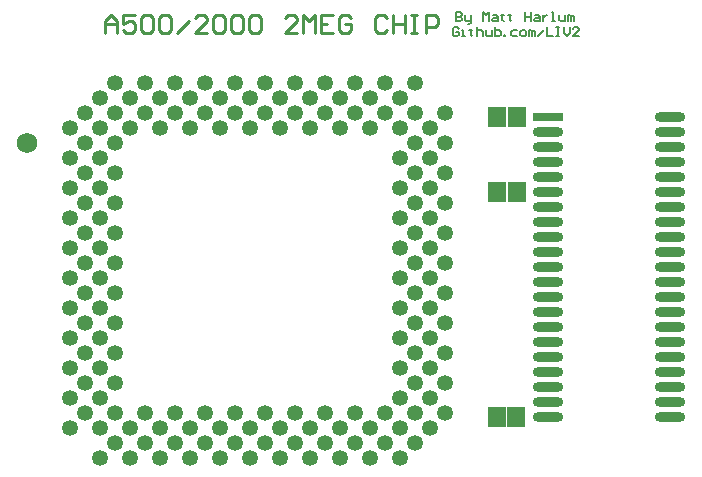
<source format=gts>
G04 Layer_Color=20142*
%FSLAX24Y24*%
%MOIN*%
G70*
G01*
G75*
%ADD15C,0.0100*%
%ADD26C,0.0060*%
%ADD27O,0.1025X0.0316*%
%ADD28R,0.1025X0.0316*%
%ADD29R,0.0612X0.0651*%
%ADD30C,0.0530*%
%ADD31C,0.0680*%
D15*
X27500Y42400D02*
Y42800D01*
X27700Y43000D01*
X27900Y42800D01*
Y42400D01*
Y42700D01*
X27500D01*
X28500Y43000D02*
X28100D01*
Y42700D01*
X28300Y42800D01*
X28400D01*
X28500Y42700D01*
Y42500D01*
X28400Y42400D01*
X28200D01*
X28100Y42500D01*
X28700Y42900D02*
X28800Y43000D01*
X29000D01*
X29099Y42900D01*
Y42500D01*
X29000Y42400D01*
X28800D01*
X28700Y42500D01*
Y42900D01*
X29299D02*
X29399Y43000D01*
X29599D01*
X29699Y42900D01*
Y42500D01*
X29599Y42400D01*
X29399D01*
X29299Y42500D01*
Y42900D01*
X29899Y42400D02*
X30299Y42800D01*
X30899Y42400D02*
X30499D01*
X30899Y42800D01*
Y42900D01*
X30799Y43000D01*
X30599D01*
X30499Y42900D01*
X31099D02*
X31199Y43000D01*
X31399D01*
X31499Y42900D01*
Y42500D01*
X31399Y42400D01*
X31199D01*
X31099Y42500D01*
Y42900D01*
X31699D02*
X31799Y43000D01*
X31999D01*
X32099Y42900D01*
Y42500D01*
X31999Y42400D01*
X31799D01*
X31699Y42500D01*
Y42900D01*
X32298D02*
X32398Y43000D01*
X32598D01*
X32698Y42900D01*
Y42500D01*
X32598Y42400D01*
X32398D01*
X32298Y42500D01*
Y42900D01*
X33898Y42400D02*
X33498D01*
X33898Y42800D01*
Y42900D01*
X33798Y43000D01*
X33598D01*
X33498Y42900D01*
X34098Y42400D02*
Y43000D01*
X34298Y42800D01*
X34498Y43000D01*
Y42400D01*
X35098Y43000D02*
X34698D01*
Y42400D01*
X35098D01*
X34698Y42700D02*
X34898D01*
X35697Y42900D02*
X35597Y43000D01*
X35397D01*
X35297Y42900D01*
Y42500D01*
X35397Y42400D01*
X35597D01*
X35697Y42500D01*
Y42700D01*
X35497D01*
X36897Y42900D02*
X36797Y43000D01*
X36597D01*
X36497Y42900D01*
Y42500D01*
X36597Y42400D01*
X36797D01*
X36897Y42500D01*
X37097Y43000D02*
Y42400D01*
Y42700D01*
X37497D01*
Y43000D01*
Y42400D01*
X37697Y43000D02*
X37897D01*
X37797D01*
Y42400D01*
X37697D01*
X37897D01*
X38197D02*
Y43000D01*
X38496D01*
X38596Y42900D01*
Y42700D01*
X38496Y42600D01*
X38197D01*
D26*
X39300Y42550D02*
X39250Y42600D01*
X39150D01*
X39100Y42550D01*
Y42350D01*
X39150Y42300D01*
X39250D01*
X39300Y42350D01*
Y42450D01*
X39200D01*
X39400Y42300D02*
X39500D01*
X39450D01*
Y42500D01*
X39400D01*
X39700Y42550D02*
Y42500D01*
X39650D01*
X39750D01*
X39700D01*
Y42350D01*
X39750Y42300D01*
X39900Y42600D02*
Y42300D01*
Y42450D01*
X39950Y42500D01*
X40050D01*
X40100Y42450D01*
Y42300D01*
X40200Y42500D02*
Y42350D01*
X40250Y42300D01*
X40400D01*
Y42500D01*
X40500Y42600D02*
Y42300D01*
X40649D01*
X40699Y42350D01*
Y42400D01*
Y42450D01*
X40649Y42500D01*
X40500D01*
X40799Y42300D02*
Y42350D01*
X40849D01*
Y42300D01*
X40799D01*
X41249Y42500D02*
X41099D01*
X41049Y42450D01*
Y42350D01*
X41099Y42300D01*
X41249D01*
X41399D02*
X41499D01*
X41549Y42350D01*
Y42450D01*
X41499Y42500D01*
X41399D01*
X41349Y42450D01*
Y42350D01*
X41399Y42300D01*
X41649D02*
Y42500D01*
X41699D01*
X41749Y42450D01*
Y42300D01*
Y42450D01*
X41799Y42500D01*
X41849Y42450D01*
Y42300D01*
X41949D02*
X42149Y42500D01*
X42249Y42600D02*
Y42300D01*
X42449D01*
X42549Y42600D02*
X42649D01*
X42599D01*
Y42300D01*
X42549D01*
X42649D01*
X42799Y42600D02*
Y42400D01*
X42899Y42300D01*
X42999Y42400D01*
Y42600D01*
X43299Y42300D02*
X43099D01*
X43299Y42500D01*
Y42550D01*
X43249Y42600D01*
X43149D01*
X43099Y42550D01*
X39200Y43100D02*
Y42800D01*
X39350D01*
X39400Y42850D01*
Y42900D01*
X39350Y42950D01*
X39200D01*
X39350D01*
X39400Y43000D01*
Y43050D01*
X39350Y43100D01*
X39200D01*
X39500Y43000D02*
Y42850D01*
X39550Y42800D01*
X39700D01*
Y42750D01*
X39650Y42700D01*
X39600D01*
X39700Y42800D02*
Y43000D01*
X40100Y42800D02*
Y43100D01*
X40200Y43000D01*
X40300Y43100D01*
Y42800D01*
X40450Y43000D02*
X40550D01*
X40600Y42950D01*
Y42800D01*
X40450D01*
X40400Y42850D01*
X40450Y42900D01*
X40600D01*
X40750Y43050D02*
Y43000D01*
X40700D01*
X40799D01*
X40750D01*
Y42850D01*
X40799Y42800D01*
X40999Y43050D02*
Y43000D01*
X40949D01*
X41049D01*
X40999D01*
Y42850D01*
X41049Y42800D01*
X41499Y43100D02*
Y42800D01*
Y42950D01*
X41699D01*
Y43100D01*
Y42800D01*
X41849Y43000D02*
X41949D01*
X41999Y42950D01*
Y42800D01*
X41849D01*
X41799Y42850D01*
X41849Y42900D01*
X41999D01*
X42099Y43000D02*
Y42800D01*
Y42900D01*
X42149Y42950D01*
X42199Y43000D01*
X42249D01*
X42399Y42800D02*
X42499D01*
X42449D01*
Y43100D01*
X42399D01*
X42649Y43000D02*
Y42850D01*
X42699Y42800D01*
X42849D01*
Y43000D01*
X42949Y42800D02*
Y43000D01*
X42999D01*
X43049Y42950D01*
Y42800D01*
Y42950D01*
X43099Y43000D01*
X43149Y42950D01*
Y42800D01*
D27*
X46325Y29600D02*
D03*
Y30100D02*
D03*
Y30600D02*
D03*
Y31100D02*
D03*
Y31600D02*
D03*
Y32100D02*
D03*
Y32600D02*
D03*
Y33100D02*
D03*
Y33600D02*
D03*
Y34100D02*
D03*
Y34600D02*
D03*
Y35100D02*
D03*
Y35600D02*
D03*
Y36100D02*
D03*
Y36600D02*
D03*
Y37100D02*
D03*
Y37600D02*
D03*
Y38100D02*
D03*
Y38600D02*
D03*
Y39100D02*
D03*
Y39600D02*
D03*
X42275Y29600D02*
D03*
Y30100D02*
D03*
Y30600D02*
D03*
Y31100D02*
D03*
Y31600D02*
D03*
Y32100D02*
D03*
Y32600D02*
D03*
Y33100D02*
D03*
Y33600D02*
D03*
Y34100D02*
D03*
Y34600D02*
D03*
Y35100D02*
D03*
Y35600D02*
D03*
Y36100D02*
D03*
Y36600D02*
D03*
Y37100D02*
D03*
Y37600D02*
D03*
Y38100D02*
D03*
Y38600D02*
D03*
Y39100D02*
D03*
D28*
Y39600D02*
D03*
D29*
X40575D02*
D03*
X41225D02*
D03*
X40575Y37100D02*
D03*
X41225D02*
D03*
X40555Y29600D02*
D03*
X41205D02*
D03*
D30*
X38850Y34750D02*
D03*
X37850D02*
D03*
X38850Y35750D02*
D03*
X37850D02*
D03*
X38850Y36750D02*
D03*
X37850D02*
D03*
X38850Y37750D02*
D03*
X37850D02*
D03*
X38850Y38750D02*
D03*
X37850D02*
D03*
X38850Y39750D02*
D03*
X37850Y40750D02*
D03*
Y39750D02*
D03*
X36850Y40750D02*
D03*
Y39750D02*
D03*
X35850Y40750D02*
D03*
Y39750D02*
D03*
X34850Y40750D02*
D03*
Y39750D02*
D03*
X33850Y40750D02*
D03*
Y39750D02*
D03*
X32850Y40750D02*
D03*
Y39750D02*
D03*
X31850Y40750D02*
D03*
Y39750D02*
D03*
X30850Y40750D02*
D03*
Y39750D02*
D03*
X29850Y40750D02*
D03*
Y39750D02*
D03*
X28850Y40750D02*
D03*
Y39750D02*
D03*
X27850Y40750D02*
D03*
X26850Y39750D02*
D03*
X27850D02*
D03*
X26850Y38750D02*
D03*
X27850D02*
D03*
X26850Y37750D02*
D03*
X27850D02*
D03*
X26850Y36750D02*
D03*
X27850D02*
D03*
X26850Y35750D02*
D03*
X27850D02*
D03*
X26850Y34750D02*
D03*
X27850D02*
D03*
X26850Y33750D02*
D03*
X27850D02*
D03*
X26850Y32750D02*
D03*
X27850D02*
D03*
X26850Y31750D02*
D03*
X27850D02*
D03*
X26850Y30750D02*
D03*
X27850D02*
D03*
X26850Y29750D02*
D03*
X27850Y28750D02*
D03*
Y29750D02*
D03*
X28850Y28750D02*
D03*
Y29750D02*
D03*
X29850Y28750D02*
D03*
Y29750D02*
D03*
X30850Y28750D02*
D03*
Y29750D02*
D03*
X31850Y28750D02*
D03*
Y29750D02*
D03*
X32850Y28750D02*
D03*
Y29750D02*
D03*
X33850Y28750D02*
D03*
Y29750D02*
D03*
X34850Y28750D02*
D03*
Y29750D02*
D03*
X35850Y28750D02*
D03*
Y29750D02*
D03*
X36850Y28750D02*
D03*
Y29750D02*
D03*
X37850Y28750D02*
D03*
X38850Y29750D02*
D03*
X37850D02*
D03*
X38850Y30750D02*
D03*
X37850D02*
D03*
X38850Y31750D02*
D03*
X37850D02*
D03*
X38850Y32750D02*
D03*
X37850D02*
D03*
X38850Y33750D02*
D03*
X37850D02*
D03*
X37350Y33250D02*
D03*
X38350D02*
D03*
X37350Y32250D02*
D03*
X38350D02*
D03*
X37350Y31250D02*
D03*
X38350D02*
D03*
X37350Y30250D02*
D03*
X38350D02*
D03*
X37350Y29250D02*
D03*
X38350D02*
D03*
X37350Y28250D02*
D03*
X36350Y29250D02*
D03*
Y28250D02*
D03*
X35350Y29250D02*
D03*
Y28250D02*
D03*
X34350Y29250D02*
D03*
Y28250D02*
D03*
X33350Y29250D02*
D03*
Y28250D02*
D03*
X32350Y29250D02*
D03*
Y28250D02*
D03*
X31350Y29250D02*
D03*
Y28250D02*
D03*
X30350Y29250D02*
D03*
Y28250D02*
D03*
X29350Y29250D02*
D03*
Y28250D02*
D03*
X28350Y29250D02*
D03*
Y28250D02*
D03*
X27350Y29250D02*
D03*
Y28250D02*
D03*
X26350Y29250D02*
D03*
X27350Y30250D02*
D03*
X26350D02*
D03*
X27350Y31250D02*
D03*
X26350D02*
D03*
X27350Y32250D02*
D03*
X26350D02*
D03*
X27350Y33250D02*
D03*
X26350D02*
D03*
X27350Y34250D02*
D03*
X26350D02*
D03*
X27350Y35250D02*
D03*
X26350D02*
D03*
X27350Y36250D02*
D03*
X26350D02*
D03*
X27350Y37250D02*
D03*
X26350D02*
D03*
X27350Y38250D02*
D03*
X26350D02*
D03*
X27350Y39250D02*
D03*
X26350D02*
D03*
X27350Y40250D02*
D03*
X28350Y39250D02*
D03*
Y40250D02*
D03*
X29350Y39250D02*
D03*
Y40250D02*
D03*
X30350Y39250D02*
D03*
Y40250D02*
D03*
X31350Y39250D02*
D03*
Y40250D02*
D03*
X32350Y39250D02*
D03*
Y40250D02*
D03*
X33350Y39250D02*
D03*
Y40250D02*
D03*
X34350Y39250D02*
D03*
Y40250D02*
D03*
X35350Y39250D02*
D03*
Y40250D02*
D03*
X36350Y39250D02*
D03*
Y40250D02*
D03*
X37350Y39250D02*
D03*
Y40250D02*
D03*
X38350Y39250D02*
D03*
X37350Y38250D02*
D03*
X38350D02*
D03*
X37350Y37250D02*
D03*
X38350D02*
D03*
X37350Y36250D02*
D03*
X38350D02*
D03*
X37350Y35250D02*
D03*
X38350D02*
D03*
X37350Y34250D02*
D03*
X38350D02*
D03*
D31*
X24900Y38750D02*
D03*
M02*

</source>
